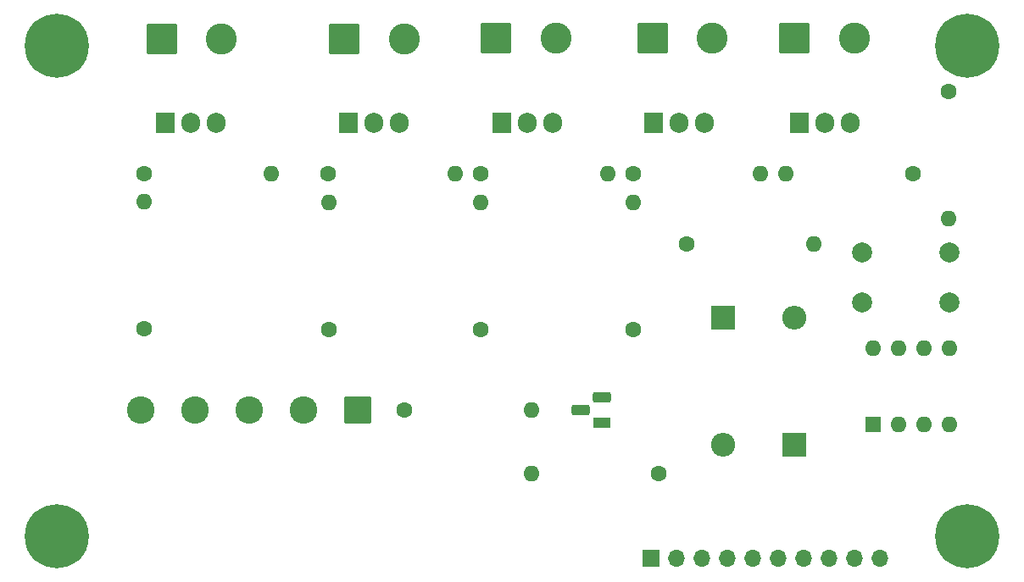
<source format=gts>
G04 #@! TF.GenerationSoftware,KiCad,Pcbnew,8.0.7-8.0.7-0~ubuntu24.04.1*
G04 #@! TF.CreationDate,2025-01-24T13:02:35+01:00*
G04 #@! TF.ProjectId,astrobox_power_smallbox,61737472-6f62-46f7-985f-706f7765725f,1*
G04 #@! TF.SameCoordinates,Original*
G04 #@! TF.FileFunction,Soldermask,Top*
G04 #@! TF.FilePolarity,Negative*
%FSLAX46Y46*%
G04 Gerber Fmt 4.6, Leading zero omitted, Abs format (unit mm)*
G04 Created by KiCad (PCBNEW 8.0.7-8.0.7-0~ubuntu24.04.1) date 2025-01-24 13:02:35*
%MOMM*%
%LPD*%
G01*
G04 APERTURE LIST*
G04 Aperture macros list*
%AMRoundRect*
0 Rectangle with rounded corners*
0 $1 Rounding radius*
0 $2 $3 $4 $5 $6 $7 $8 $9 X,Y pos of 4 corners*
0 Add a 4 corners polygon primitive as box body*
4,1,4,$2,$3,$4,$5,$6,$7,$8,$9,$2,$3,0*
0 Add four circle primitives for the rounded corners*
1,1,$1+$1,$2,$3*
1,1,$1+$1,$4,$5*
1,1,$1+$1,$6,$7*
1,1,$1+$1,$8,$9*
0 Add four rect primitives between the rounded corners*
20,1,$1+$1,$2,$3,$4,$5,0*
20,1,$1+$1,$4,$5,$6,$7,0*
20,1,$1+$1,$6,$7,$8,$9,0*
20,1,$1+$1,$8,$9,$2,$3,0*%
G04 Aperture macros list end*
%ADD10RoundRect,0.249999X-1.300001X-1.300001X1.300001X-1.300001X1.300001X1.300001X-1.300001X1.300001X0*%
%ADD11C,3.100000*%
%ADD12R,1.905000X2.000000*%
%ADD13O,1.905000X2.000000*%
%ADD14C,6.400000*%
%ADD15C,1.600000*%
%ADD16O,1.600000X1.600000*%
%ADD17R,1.600000X1.600000*%
%ADD18R,2.400000X2.400000*%
%ADD19O,2.400000X2.400000*%
%ADD20R,1.700000X1.700000*%
%ADD21O,1.700000X1.700000*%
%ADD22C,2.000000*%
%ADD23RoundRect,0.250000X1.125000X1.125000X-1.125000X1.125000X-1.125000X-1.125000X1.125000X-1.125000X0*%
%ADD24C,2.750000*%
%ADD25R,1.800000X1.100000*%
%ADD26RoundRect,0.275000X0.625000X-0.275000X0.625000X0.275000X-0.625000X0.275000X-0.625000X-0.275000X0*%
G04 APERTURE END LIST*
D10*
X147878800Y-54203600D03*
D11*
X153878800Y-54203600D03*
D10*
X163519600Y-54223800D03*
D11*
X169519600Y-54223800D03*
D12*
X114858800Y-62707400D03*
D13*
X117398800Y-62707400D03*
X119938800Y-62707400D03*
D14*
X104000000Y-55000000D03*
D10*
X132737600Y-54325400D03*
D11*
X138737600Y-54325400D03*
D15*
X166979600Y-74777600D03*
D16*
X179679600Y-74777600D03*
D12*
X133197600Y-62687200D03*
D13*
X135737600Y-62687200D03*
X138277600Y-62687200D03*
D17*
X185572400Y-92862400D03*
D16*
X188112400Y-92862400D03*
X190652400Y-92862400D03*
X193192400Y-92862400D03*
X193192400Y-85242400D03*
X190652400Y-85242400D03*
X188112400Y-85242400D03*
X185572400Y-85242400D03*
D10*
X177698400Y-54223800D03*
D11*
X183698400Y-54223800D03*
D18*
X177698400Y-94894400D03*
D19*
X177698400Y-82194400D03*
D20*
X163372800Y-106222800D03*
D21*
X165912800Y-106222800D03*
X168452800Y-106222800D03*
X170992800Y-106222800D03*
X173532800Y-106222800D03*
X176072800Y-106222800D03*
X178612800Y-106222800D03*
X181152800Y-106222800D03*
X183692800Y-106222800D03*
X186232800Y-106222800D03*
D15*
X161594800Y-67767200D03*
D16*
X174294800Y-67767200D03*
D15*
X146405600Y-67767200D03*
D16*
X159105600Y-67767200D03*
D14*
X195000000Y-55000000D03*
D12*
X178206400Y-62738000D03*
D13*
X180746400Y-62738000D03*
X183286400Y-62738000D03*
D15*
X164185600Y-97739200D03*
D16*
X151485600Y-97739200D03*
D15*
X161594800Y-83362800D03*
D16*
X161594800Y-70662800D03*
D15*
X112725200Y-67767200D03*
D16*
X125425200Y-67767200D03*
D15*
X146405600Y-83362800D03*
D16*
X146405600Y-70662800D03*
D14*
X195000000Y-104000000D03*
D22*
X184505600Y-80630400D03*
X184505600Y-75630400D03*
D18*
X170586400Y-82194400D03*
D19*
X170586400Y-94894400D03*
D22*
X193192400Y-80630400D03*
X193192400Y-75630400D03*
D12*
X148488400Y-62738000D03*
D13*
X151028400Y-62738000D03*
X153568400Y-62738000D03*
D15*
X131216400Y-83362800D03*
D16*
X131216400Y-70662800D03*
D15*
X189534800Y-67767200D03*
D16*
X176834800Y-67767200D03*
D15*
X112725200Y-83261200D03*
D16*
X112725200Y-70561200D03*
D15*
X131165600Y-67767200D03*
D16*
X143865600Y-67767200D03*
D14*
X104000000Y-104000000D03*
D12*
X163677600Y-62687200D03*
D13*
X166217600Y-62687200D03*
X168757600Y-62687200D03*
D15*
X193141600Y-59588400D03*
D16*
X193141600Y-72288400D03*
D10*
X114503200Y-54325400D03*
D11*
X120503200Y-54325400D03*
D23*
X134061200Y-91440000D03*
D24*
X128661200Y-91440000D03*
X123261200Y-91440000D03*
X117861200Y-91440000D03*
X112461200Y-91440000D03*
D25*
X158438800Y-92659200D03*
D26*
X156368800Y-91389200D03*
X158438800Y-90119200D03*
D15*
X138785600Y-91440000D03*
D16*
X151485600Y-91440000D03*
M02*

</source>
